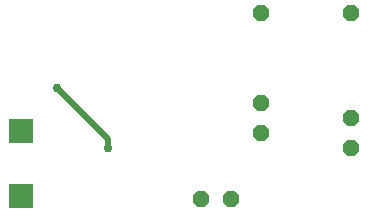
<source format=gbl>
G75*
%MOIN*%
%OFA0B0*%
%FSLAX25Y25*%
%IPPOS*%
%LPD*%
%AMOC8*
5,1,8,0,0,1.08239X$1,22.5*
%
%ADD10OC8,0.05200*%
%ADD11R,0.08268X0.08268*%
%ADD12C,0.02978*%
%ADD13C,0.02000*%
D10*
X0092000Y0035000D03*
X0102000Y0035000D03*
X0112000Y0057000D03*
X0112000Y0067000D03*
X0142000Y0062000D03*
X0142000Y0052000D03*
X0142000Y0097000D03*
X0112000Y0097000D03*
D11*
X0032000Y0036173D03*
X0032000Y0057827D03*
D12*
X0044000Y0072000D03*
X0061000Y0052000D03*
D13*
X0061000Y0055000D01*
X0044000Y0072000D01*
M02*

</source>
